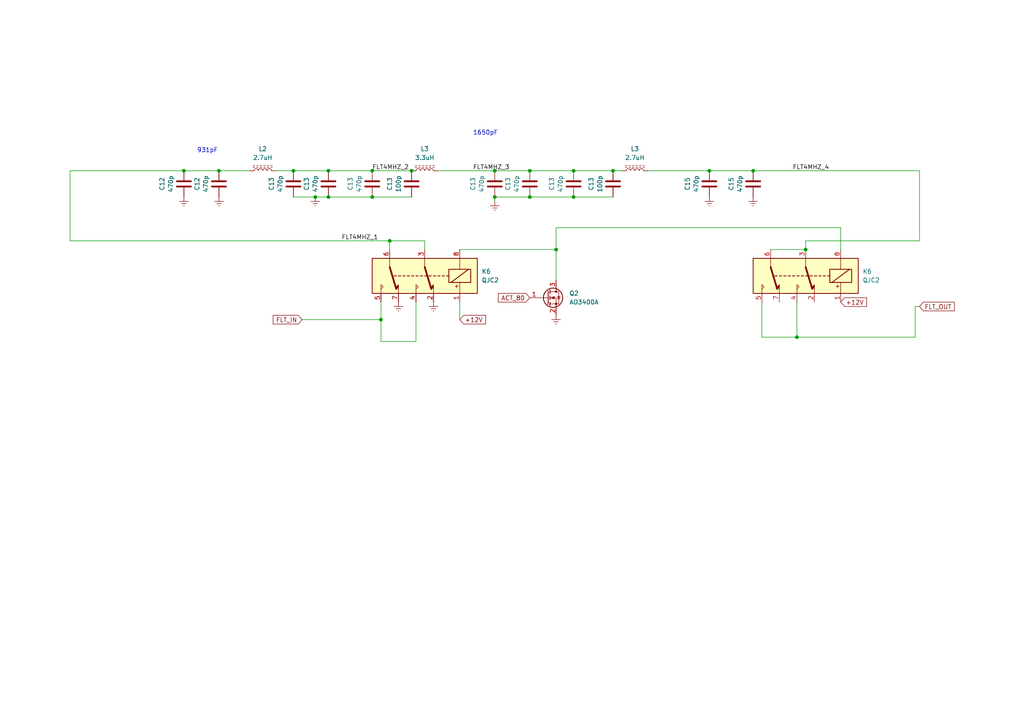
<source format=kicad_sch>
(kicad_sch (version 20230121) (generator eeschema)
  (paper "A4")
  (lib_symbols
    (symbol "Device:C" (pin_numbers hide) (pin_names (offset 0.254))
      (property "Reference" "C" (at 0.635 2.54 0))
      (property "Value" "C" (at 0.635 -2.54 0))
      (symbol "C_0_1"
        (polyline (pts (xy -2.032 -0.762) (xy 2.032 -0.762)) (stroke (width 0.508)))
        (polyline (pts (xy -2.032 0.762) (xy 2.032 0.762)) (stroke (width 0.508)))
      )
      (symbol "C_1_1"
        (pin passive line (at 0 3.81 270) (length 2.794) (name "~") (number "1"))
        (pin passive line (at 0 -3.81 90) (length 2.794) (name "~") (number "2"))
      )
    )
    (symbol "Device:L_Ferrite" (pin_numbers hide) (pin_names (offset 1.016) hide)
      (property "Reference" "L" (at -1.27 0 90))
      (property "Value" "L_Ferrite" (at 2.794 0 90))
      (symbol "L_Ferrite_0_1"
        (arc (start 0 -2.54) (mid 0.6323 -1.905) (end 0 -1.27))
        (arc (start 0 -1.27) (mid 0.6323 -0.635) (end 0 0))
        (polyline (pts (xy 1.016 -2.794) (xy 1.016 -2.286)))
        (polyline (pts (xy 1.016 -1.778) (xy 1.016 -1.27)))
        (polyline (pts (xy 1.016 -0.762) (xy 1.016 -0.254)))
        (polyline (pts (xy 1.016 0.254) (xy 1.016 0.762)))
        (polyline (pts (xy 1.016 1.27) (xy 1.016 1.778)))
        (polyline (pts (xy 1.016 2.286) (xy 1.016 2.794)))
        (polyline (pts (xy 1.524 -2.286) (xy 1.524 -2.794)))
        (polyline (pts (xy 1.524 -1.27) (xy 1.524 -1.778)))
        (polyline (pts (xy 1.524 -0.254) (xy 1.524 -0.762)))
        (polyline (pts (xy 1.524 0.762) (xy 1.524 0.254)))
        (polyline (pts (xy 1.524 1.778) (xy 1.524 1.27)))
        (polyline (pts (xy 1.524 2.794) (xy 1.524 2.286)))
        (arc (start 0 0) (mid 0.6323 0.635) (end 0 1.27))
        (arc (start 0 1.27) (mid 0.6323 1.905) (end 0 2.54))
      )
      (symbol "L_Ferrite_1_1"
        (pin passive line (at 0 3.81 270) (length 1.27) (name "1") (number "1"))
        (pin passive line (at 0 -3.81 90) (length 1.27) (name "2") (number "2"))
      )
    )
    (symbol "Relay:G6K-2"
      (property "Reference" "K" (at 16.51 3.81 0))
      (property "Value" "G6K-2" (at 16.51 1.27 0))
      (symbol "G6K-2_0_0"
        (text "+" (at -9.271 2.921 0) (effects (font (size 1.27 1.27))))
      )
      (symbol "G6K-2_0_1"
        (rectangle (start -15.24 5.08) (end 15.24 -5.08) (stroke (width 0.254)) (fill (type background)))
        (rectangle (start -13.335 1.905) (end -6.985 -1.905) (stroke (width 0.254)))
        (polyline (pts (xy -12.7 -1.905) (xy -7.62 1.905)) (stroke (width 0.254)))
        (polyline (pts (xy -10.16 -5.08) (xy -10.16 -1.905)))
        (polyline (pts (xy -10.16 5.08) (xy -10.16 1.905)))
        (polyline (pts (xy -6.985 0) (xy -6.35 0)) (stroke (width 0.254)))
        (polyline (pts (xy -5.715 0) (xy -5.08 0)) (stroke (width 0.254)))
        (polyline (pts (xy -4.445 0) (xy -3.81 0)) (stroke (width 0.254)))
        (polyline (pts (xy -3.175 0) (xy -2.54 0)) (stroke (width 0.254)))
        (polyline (pts (xy -1.905 0) (xy -1.27 0)) (stroke (width 0.254)))
        (polyline (pts (xy -0.635 0) (xy 0 0)) (stroke (width 0.254)))
        (polyline (pts (xy 0 -2.54) (xy -1.905 3.81)) (stroke (width 0.508)))
        (polyline (pts (xy 0 -2.54) (xy 0 -5.08)))
        (polyline (pts (xy 0.635 0) (xy 1.27 0)) (stroke (width 0.254)))
        (polyline (pts (xy 1.905 0) (xy 2.54 0)) (stroke (width 0.254)))
        (polyline (pts (xy 3.175 0) (xy 3.81 0)) (stroke (width 0.254)))
        (polyline (pts (xy 4.445 0) (xy 5.08 0)) (stroke (width 0.254)))
        (polyline (pts (xy 5.715 0) (xy 6.35 0)) (stroke (width 0.254)))
        (polyline (pts (xy 6.985 0) (xy 7.62 0)) (stroke (width 0.254)))
        (polyline (pts (xy 8.255 0) (xy 8.89 0)) (stroke (width 0.254)))
        (polyline (pts (xy 10.16 -2.54) (xy 8.255 3.81)) (stroke (width 0.508)))
        (polyline (pts (xy 10.16 -2.54) (xy 10.16 -5.08)))
        (polyline (pts (xy -2.54 5.08) (xy -2.54 2.54) (xy -1.905 3.175) (xy -2.54 3.81)) (fill (type outline)))
        (polyline (pts (xy 2.54 5.08) (xy 2.54 2.54) (xy 1.905 3.175) (xy 2.54 3.81)))
        (polyline (pts (xy 7.62 5.08) (xy 7.62 2.54) (xy 8.255 3.175) (xy 7.62 3.81)) (fill (type outline)))
        (polyline (pts (xy 12.7 5.08) (xy 12.7 2.54) (xy 12.065 3.175) (xy 12.7 3.81)))
      )
      (symbol "G6K-2_1_1"
        (pin passive line (at -10.16 7.62 270) (length 2.54) (name "~") (number "1"))
        (pin passive line (at -2.54 7.62 270) (length 2.54) (name "~") (number "2"))
        (pin passive line (at 0 -7.62 90) (length 2.54) (name "~") (number "3"))
        (pin passive line (at 2.54 7.62 270) (length 2.54) (name "~") (number "4"))
        (pin passive line (at 12.7 7.62 270) (length 2.54) (name "~") (number "5"))
        (pin passive line (at 10.16 -7.62 90) (length 2.54) (name "~") (number "6"))
        (pin passive line (at 7.62 7.62 270) (length 2.54) (name "~") (number "7"))
        (pin passive line (at -10.16 -7.62 90) (length 2.54) (name "~") (number "8"))
      )
    )
    (symbol "Transistor_FET:AO3400A" (pin_names hide)
      (property "Reference" "Q" (at 5.08 1.905 0))
      (property "Value" "AO3400A" (at 5.08 0 0))
      (symbol "AO3400A_0_1"
        (polyline (pts (xy 0.254 0) (xy -2.54 0)))
        (polyline (pts (xy 0.254 1.905) (xy 0.254 -1.905)) (stroke (width 0.254)))
        (polyline (pts (xy 0.762 -1.27) (xy 0.762 -2.286)) (stroke (width 0.254)))
        (polyline (pts (xy 0.762 0.508) (xy 0.762 -0.508)) (stroke (width 0.254)))
        (polyline (pts (xy 0.762 2.286) (xy 0.762 1.27)) (stroke (width 0.254)))
        (polyline (pts (xy 2.54 2.54) (xy 2.54 1.778)))
        (polyline (pts (xy 2.54 -2.54) (xy 2.54 0) (xy 0.762 0)))
        (polyline (pts (xy 0.762 -1.778) (xy 3.302 -1.778) (xy 3.302 1.778) (xy 0.762 1.778)))
        (polyline (pts (xy 1.016 0) (xy 2.032 0.381) (xy 2.032 -0.381) (xy 1.016 0)) (fill (type outline)))
        (polyline (pts (xy 2.794 0.508) (xy 2.921 0.381) (xy 3.683 0.381) (xy 3.81 0.254)))
        (polyline (pts (xy 3.302 0.381) (xy 2.921 -0.254) (xy 3.683 -0.254) (xy 3.302 0.381)))
        (circle (center 1.651 0) (radius 2.794) (stroke (width 0.254)))
        (circle (center 2.54 -1.778) (radius 0.254) (fill (type outline)))
        (circle (center 2.54 1.778) (radius 0.254) (fill (type outline)))
      )
      (symbol "AO3400A_1_1"
        (pin input line (at -5.08 0 0) (length 2.54) (name "G") (number "1"))
        (pin passive line (at 2.54 -5.08 90) (length 2.54) (name "S") (number "2"))
        (pin passive line (at 2.54 5.08 270) (length 2.54) (name "D") (number "3"))
      )
    )
    (symbol "power:Earth" (power) (pin_names (offset 0))
      (symbol "Earth_0_1"
        (polyline (pts (xy -0.635 -1.905) (xy 0.635 -1.905)))
        (polyline (pts (xy -0.127 -2.54) (xy 0.127 -2.54)))
        (polyline (pts (xy 0 -1.27) (xy 0 0)))
        (polyline (pts (xy 1.27 -1.27) (xy -1.27 -1.27)))
      )
      (symbol "Earth_1_1"
        (pin power_in line (at 0 0 270) (length 0) hide (name "Earth") (number "1"))
      )
    )
  )
  (junction (at 119.38 49.53))
  (junction (at 107.95 57.15))
  (junction (at 95.25 57.15))
  (junction (at 107.95 49.53))
  (junction (at 110.49 92.71))
  (junction (at 143.51 49.53))
  (junction (at 233.68 72.39))
  (junction (at 218.44 49.53))
  (junction (at 85.09 49.53))
  (junction (at 95.25 49.53))
  (junction (at 177.8 49.53))
  (junction (at 91.44 57.15))
  (junction (at 166.37 57.15))
  (junction (at 153.67 49.53))
  (junction (at 231.14 97.79))
  (junction (at 113.03 69.85))
  (junction (at 166.37 49.53))
  (junction (at 161.29 72.39))
  (junction (at 205.74 49.53))
  (junction (at 153.67 57.15))
  (junction (at 143.51 57.15))
  (junction (at 53.34 49.53))
  (junction (at 63.5 49.53))
  (wire (pts (xy 110.49 99.06) (xy 110.49 92.71)))
  (wire (pts (xy 220.98 97.79) (xy 231.14 97.79)))
  (wire (pts (xy 143.51 49.53) (xy 153.67 49.53)))
  (wire (pts (xy 113.03 72.39) (xy 113.03 69.85)))
  (wire (pts (xy 123.19 69.85) (xy 113.03 69.85)))
  (wire (pts (xy 265.43 97.79) (xy 265.43 88.9)))
  (wire (pts (xy 161.29 66.04) (xy 161.29 72.39)))
  (wire (pts (xy 218.44 49.53) (xy 266.7 49.53)))
  (wire (pts (xy 80.01 49.53) (xy 85.09 49.53)))
  (wire (pts (xy 265.43 88.9) (xy 266.7 88.9)))
  (wire (pts (xy 177.8 49.53) (xy 180.34 49.53)))
  (wire (pts (xy 266.7 69.85) (xy 266.7 49.53)))
  (wire (pts (xy 143.51 57.15) (xy 153.67 57.15)))
  (wire (pts (xy 85.09 57.15) (xy 91.44 57.15)))
  (wire (pts (xy 63.5 49.53) (xy 72.39 49.53)))
  (wire (pts (xy 53.34 49.53) (xy 63.5 49.53)))
  (wire (pts (xy 120.65 87.63) (xy 120.65 99.06)))
  (wire (pts (xy 231.14 97.79) (xy 265.43 97.79)))
  (wire (pts (xy 107.95 49.53) (xy 119.38 49.53)))
  (wire (pts (xy 133.35 92.71) (xy 133.35 87.63)))
  (wire (pts (xy 153.67 57.15) (xy 166.37 57.15)))
  (wire (pts (xy 20.32 69.85) (xy 20.32 49.53)))
  (wire (pts (xy 243.84 72.39) (xy 243.84 66.04)))
  (wire (pts (xy 161.29 72.39) (xy 161.29 81.28)))
  (wire (pts (xy 231.14 87.63) (xy 231.14 97.79)))
  (wire (pts (xy 123.19 72.39) (xy 123.19 69.85)))
  (wire (pts (xy 166.37 49.53) (xy 177.8 49.53)))
  (wire (pts (xy 220.98 87.63) (xy 220.98 97.79)))
  (wire (pts (xy 133.35 72.39) (xy 161.29 72.39)))
  (wire (pts (xy 205.74 49.53) (xy 187.96 49.53)))
  (wire (pts (xy 91.44 57.15) (xy 95.25 57.15)))
  (wire (pts (xy 95.25 49.53) (xy 107.95 49.53)))
  (wire (pts (xy 266.7 69.85) (xy 233.68 69.85)))
  (wire (pts (xy 95.25 57.15) (xy 107.95 57.15)))
  (wire (pts (xy 143.51 57.15) (xy 143.51 58.42)))
  (wire (pts (xy 20.32 49.53) (xy 53.34 49.53)))
  (wire (pts (xy 233.68 69.85) (xy 233.68 72.39)))
  (wire (pts (xy 113.03 69.85) (xy 20.32 69.85)))
  (wire (pts (xy 107.95 57.15) (xy 119.38 57.15)))
  (wire (pts (xy 223.52 72.39) (xy 233.68 72.39)))
  (wire (pts (xy 166.37 57.15) (xy 177.8 57.15)))
  (wire (pts (xy 205.74 49.53) (xy 218.44 49.53)))
  (wire (pts (xy 110.49 87.63) (xy 110.49 92.71)))
  (wire (pts (xy 243.84 66.04) (xy 161.29 66.04)))
  (wire (pts (xy 85.09 49.53) (xy 95.25 49.53)))
  (wire (pts (xy 87.63 92.71) (xy 110.49 92.71)))
  (wire (pts (xy 153.67 49.53) (xy 166.37 49.53)))
  (wire (pts (xy 127 49.53) (xy 143.51 49.53)))
  (wire (pts (xy 120.65 99.06) (xy 110.49 99.06)))
  (text "1650pF" (at 137.16 39.37 0) (effects (font (size 1.27 1.27)) (justify left bottom)))
  (text "931pF" (at 57.15 44.45 0) (effects (font (size 1.27 1.27)) (justify left bottom)))
  (label "FLT4MHZ_1" (at 99.06 69.85 0))
  (label "FLT4MHZ_3" (at 137.16 49.53 0))
  (label "FLT4MHZ_2" (at 107.95 49.53 0))
  (label "FLT4MHZ_4" (at 229.87 49.53 0))
  (global_label "+12V" (shape input) (at 243.84 87.63 0) (property "Intersheetrefs" "${INTERSHEET_REFS}" (effects hide)))
  (global_label "FLT_IN" (shape input) (at 87.63 92.71 180) (property "Intersheetrefs" "${INTERSHEET_REFS}" (effects hide)))
  (global_label "ACT_80" (shape input) (at 153.67 86.36 180) (property "Intersheetrefs" "${INTERSHEET_REFS}" (effects hide)))
  (global_label "FLT_OUT" (shape input) (at 266.7 88.9 0) (property "Intersheetrefs" "${INTERSHEET_REFS}" (effects hide)))
  (global_label "+12V" (shape input) (at 133.35 92.71 0) (property "Intersheetrefs" "${INTERSHEET_REFS}" (effects hide)))
  (symbol (lib_id "Device:C") (at 95.25 53.34 0) (mirror x) (unit 1)
    (property "Reference" "C13" (at 88.9 53.34 90))
    (property "Value" "470p" (at 91.44 53.34 90))
    (property "Footprint" "Capacitor_SMD:C_1206_3216Metric" (effects hide))
    (instances (project "PA_LPF" (path "" (reference "C13") (unit 1))) (project "BPF_TX_INJ" (path "" (reference "C15") (unit 1))) (project "HiPowerLPF" (path "" (reference "C4") (unit 1)) (path "" (reference "C19") (unit 1)) (path "" (reference "C9") (unit 1)) (path "" (reference "C46") (unit 1))) (project "RF_PA" (path "" (reference "C4") (unit 1))) (project "AD831_Mixer" (path "" (reference "C19") (unit 1))))
  )
  (symbol (lib_id "Device:C") (at 166.37 53.34 0) (mirror x) (unit 1)
    (property "Reference" "C13" (at 160.02 53.34 90))
    (property "Value" "470p" (at 162.56 53.34 90))
    (property "Footprint" "Capacitor_SMD:C_1206_3216Metric" (effects hide))
    (instances (project "PA_LPF" (path "" (reference "C13") (unit 1))) (project "BPF_TX_INJ" (path "" (reference "C15") (unit 1))) (project "HiPowerLPF" (path "" (reference "C4") (unit 1)) (path "" (reference "C19") (unit 1)) (path "" (reference "C9") (unit 1)) (path "" (reference "C43") (unit 1))) (project "RF_PA" (path "" (reference "C4") (unit 1))) (project "AD831_Mixer" (path "" (reference "C19") (unit 1))))
  )
  (symbol (lib_id "power:Earth") (at 161.29 91.44 0) (mirror y) (unit 1)
    (property "Reference" "#PWR022" (effects hide))
    (property "Value" "Earth" (effects hide))
    (instances (project "PA_LPF" (path "" (reference "#PWR022") (unit 1))) (project "BPF_TX_INJ" (path "" (reference "#PWR023") (unit 1))) (project "HiPowerLPF" (path "" (reference "#PWR013") (unit 1)) (path "" (reference "#PWR049") (unit 1)) (path "" (reference "#PWR022") (unit 1)) (path "" (reference "#PWR015") (unit 1))) (project "RF_PA" (path "" (reference "#PWR019") (unit 1))) (project "AD831_Mixer" (path "" (reference "#PWR020") (unit 1))))
  )
  (symbol (lib_id "Device:C") (at 205.74 53.34 0) (mirror x) (unit 1)
    (property "Reference" "C15" (at 199.39 53.34 90))
    (property "Value" "470p" (at 201.93 53.34 90))
    (property "Footprint" "Capacitor_SMD:C_1206_3216Metric" (effects hide))
    (instances (project "PA_LPF" (path "" (reference "C15") (unit 1))) (project "BPF_TX_INJ" (path "" (reference "C15") (unit 1))) (project "HiPowerLPF" (path "" (reference "C6") (unit 1)) (path "" (reference "C18") (unit 1)) (path "" (reference "C10") (unit 1)) (path "" (reference "C6") (unit 1))) (project "RF_PA" (path "" (reference "C5") (unit 1))) (project "AD831_Mixer" (path "" (reference "C19") (unit 1))))
  )
  (symbol (lib_id "Device:C") (at 119.38 53.34 0) (mirror x) (unit 1)
    (property "Reference" "C13" (at 113.03 53.34 90))
    (property "Value" "100p" (at 115.57 53.34 90))
    (property "Footprint" "Capacitor_SMD:C_1206_3216Metric" (effects hide))
    (instances (project "PA_LPF" (path "" (reference "C13") (unit 1))) (project "BPF_TX_INJ" (path "" (reference "C15") (unit 1))) (project "HiPowerLPF" (path "" (reference "C4") (unit 1)) (path "" (reference "C19") (unit 1)) (path "" (reference "C9") (unit 1)) (path "" (reference "C48") (unit 1))) (project "RF_PA" (path "" (reference "C4") (unit 1))) (project "AD831_Mixer" (path "" (reference "C19") (unit 1))))
  )
  (symbol (lib_id "Device:C") (at 153.67 53.34 0) (mirror x) (unit 1)
    (property "Reference" "C13" (at 147.32 53.34 90))
    (property "Value" "470p" (at 149.86 53.34 90))
    (property "Footprint" "Capacitor_SMD:C_1206_3216Metric" (effects hide))
    (instances (project "PA_LPF" (path "" (reference "C13") (unit 1))) (project "BPF_TX_INJ" (path "" (reference "C15") (unit 1))) (project "HiPowerLPF" (path "" (reference "C4") (unit 1)) (path "" (reference "C19") (unit 1)) (path "" (reference "C9") (unit 1)) (path "" (reference "C42") (unit 1))) (project "RF_PA" (path "" (reference "C4") (unit 1))) (project "AD831_Mixer" (path "" (reference "C19") (unit 1))))
  )
  (symbol (lib_id "power:Earth") (at 143.51 58.42 0) (mirror y) (unit 1)
    (property "Reference" "#PWR020" (effects hide))
    (property "Value" "Earth" (effects hide))
    (instances (project "PA_LPF" (path "" (reference "#PWR020") (unit 1))) (project "BPF_TX_INJ" (path "" (reference "#PWR025") (unit 1))) (project "HiPowerLPF" (path "" (reference "#PWR011") (unit 1)) (path "" (reference "#PWR048") (unit 1)) (path "" (reference "#PWR021") (unit 1)) (path "" (reference "#PWR014") (unit 1))) (project "RF_PA" (path "" (reference "#PWR012") (unit 1))) (project "AD831_Mixer" (path "" (reference "#PWR020") (unit 1))))
  )
  (symbol (lib_id "Device:C") (at 63.5 53.34 0) (mirror x) (unit 1)
    (property "Reference" "C12" (at 57.15 53.34 90))
    (property "Value" "470p" (at 59.69 53.34 90))
    (property "Footprint" "Capacitor_SMD:C_1206_3216Metric" (effects hide))
    (instances (project "PA_LPF" (path "" (reference "C12") (unit 1))) (project "BPF_TX_INJ" (path "" (reference "C15") (unit 1))) (project "HiPowerLPF" (path "" (reference "C3") (unit 1)) (path "" (reference "C16") (unit 1)) (path "" (reference "C7") (unit 1)) (path "" (reference "C45") (unit 1))) (project "RF_PA" (path "" (reference "C3") (unit 1))) (project "AD831_Mixer" (path "" (reference "C19") (unit 1))))
  )
  (symbol (lib_id "power:Earth") (at 115.57 87.63 0) (mirror y) (unit 1)
    (property "Reference" "#PWR021" (effects hide))
    (property "Value" "Earth" (effects hide))
    (instances (project "PA_LPF" (path "" (reference "#PWR021") (unit 1))) (project "BPF_TX_INJ" (path "" (reference "#PWR022") (unit 1))) (project "HiPowerLPF" (path "" (reference "#PWR012") (unit 1)) (path "" (reference "#PWR045") (unit 1)) (path "" (reference "#PWR019") (unit 1)) (path "" (reference "#PWR012") (unit 1))) (project "RF_PA" (path "" (reference "#PWR016") (unit 1))) (project "AD831_Mixer" (path "" (reference "#PWR020") (unit 1))))
  )
  (symbol (lib_id "Device:C") (at 143.51 53.34 0) (mirror x) (unit 1)
    (property "Reference" "C13" (at 137.16 53.34 90))
    (property "Value" "470p" (at 139.7 53.34 90))
    (property "Footprint" "Capacitor_SMD:C_1206_3216Metric" (effects hide))
    (instances (project "PA_LPF" (path "" (reference "C13") (unit 1))) (project "BPF_TX_INJ" (path "" (reference "C15") (unit 1))) (project "HiPowerLPF" (path "" (reference "C4") (unit 1)) (path "" (reference "C19") (unit 1)) (path "" (reference "C9") (unit 1)) (path "" (reference "C5") (unit 1))) (project "RF_PA" (path "" (reference "C4") (unit 1))) (project "AD831_Mixer" (path "" (reference "C19") (unit 1))))
  )
  (symbol (lib_id "power:Earth") (at 205.74 57.15 0) (mirror y) (unit 1)
    (property "Reference" "#PWR025" (effects hide))
    (property "Value" "Earth" (effects hide))
    (instances (project "PA_LPF" (path "" (reference "#PWR025") (unit 1))) (project "BPF_TX_INJ" (path "" (reference "#PWR025") (unit 1))) (project "HiPowerLPF" (path "" (reference "#PWR016") (unit 1)) (path "" (reference "#PWR047") (unit 1)) (path "" (reference "#PWR023") (unit 1)) (path "" (reference "#PWR016") (unit 1))) (project "RF_PA" (path "" (reference "#PWR010") (unit 1))) (project "AD831_Mixer" (path "" (reference "#PWR020") (unit 1))))
  )
  (symbol (lib_id "power:Earth") (at 125.73 87.63 0) (mirror y) (unit 1)
    (property "Reference" "#PWR022" (effects hide))
    (property "Value" "Earth" (effects hide))
    (instances (project "PA_LPF" (path "" (reference "#PWR022") (unit 1))) (project "BPF_TX_INJ" (path "" (reference "#PWR023") (unit 1))) (project "HiPowerLPF" (path "" (reference "#PWR013") (unit 1)) (path "" (reference "#PWR046") (unit 1)) (path "" (reference "#PWR020") (unit 1)) (path "" (reference "#PWR013") (unit 1))) (project "RF_PA" (path "" (reference "#PWR019") (unit 1))) (project "AD831_Mixer" (path "" (reference "#PWR020") (unit 1))))
  )
  (symbol (lib_id "Transistor_FET:AO3400A") (at 158.75 86.36 0) (unit 1)
    (property "Reference" "Q2" (at 165.1 85.09 0) (effects (justify left)))
    (property "Value" "AO3400A" (at 165.1 87.63 0) (effects (justify left)))
    (property "Footprint" "Package_TO_SOT_SMD:SOT-23" (effects hide))
    (property "Datasheet" "http://www.aosmd.com/pdfs/datasheet/AO3400A.pdf" (effects hide))
    (instances (project "HiPowerLPF" (path "" (reference "Q2") (unit 1)) (path "" (reference "Q3") (unit 1)) (path "" (reference "Q4") (unit 1))))
  )
  (symbol (lib_id "Relay:G6K-2") (at 123.19 80.01 180) (unit 1)
    (property "Reference" "K6" (at 139.7 78.74 0) (effects (justify right)))
    (property "Value" "QJC2" (at 139.7 81.28 0) (effects (justify right)))
    (property "Footprint" "PhilsFootprintLibrary:Relay_QJC2" (effects hide))
    (property "Datasheet" "http://omronfs.omron.com/en_US/ecb/products/pdf/en-g6k.pdf" (effects hide))
    (instances (project "HiPowerLPF" (path "" (reference "K6") (unit 1)) (path "" (reference "K1") (unit 1)) (path "" (reference "K2") (unit 1))))
  )
  (symbol (lib_id "power:Earth") (at 53.34 57.15 0) (mirror y) (unit 1)
    (property "Reference" "#PWR018" (effects hide))
    (property "Value" "Earth" (effects hide))
    (instances (project "PA_LPF" (path "" (reference "#PWR018") (unit 1))) (project "BPF_TX_INJ" (path "" (reference "#PWR025") (unit 1))) (project "HiPowerLPF" (path "" (reference "#PWR09") (unit 1)) (path "" (reference "#PWR043") (unit 1)) (path "" (reference "#PWR017") (unit 1)) (path "" (reference "#PWR09") (unit 1))) (project "RF_PA" (path "" (reference "#PWR014") (unit 1))) (project "AD831_Mixer" (path "" (reference "#PWR020") (unit 1))))
  )
  (symbol (lib_id "power:Earth") (at 91.44 57.15 0) (mirror y) (unit 1)
    (property "Reference" "#PWR020" (effects hide))
    (property "Value" "Earth" (effects hide))
    (instances (project "PA_LPF" (path "" (reference "#PWR020") (unit 1))) (project "BPF_TX_INJ" (path "" (reference "#PWR025") (unit 1))) (project "HiPowerLPF" (path "" (reference "#PWR011") (unit 1)) (path "" (reference "#PWR044") (unit 1)) (path "" (reference "#PWR018") (unit 1)) (path "" (reference "#PWR011") (unit 1))) (project "RF_PA" (path "" (reference "#PWR012") (unit 1))) (project "AD831_Mixer" (path "" (reference "#PWR020") (unit 1))))
  )
  (symbol (lib_id "Device:C") (at 107.95 53.34 0) (mirror x) (unit 1)
    (property "Reference" "C13" (at 101.6 53.34 90))
    (property "Value" "470p" (at 104.14 53.34 90))
    (property "Footprint" "Capacitor_SMD:C_1206_3216Metric" (effects hide))
    (instances (project "PA_LPF" (path "" (reference "C13") (unit 1))) (project "BPF_TX_INJ" (path "" (reference "C15") (unit 1))) (project "HiPowerLPF" (path "" (reference "C4") (unit 1)) (path "" (reference "C19") (unit 1)) (path "" (reference "C9") (unit 1)) (path "" (reference "C47") (unit 1))) (project "RF_PA" (path "" (reference "C4") (unit 1))) (project "AD831_Mixer" (path "" (reference "C19") (unit 1))))
  )
  (symbol (lib_id "Device:C") (at 177.8 53.34 0) (mirror x) (unit 1)
    (property "Reference" "C13" (at 171.45 53.34 90))
    (property "Value" "100p" (at 173.99 53.34 90))
    (property "Footprint" "Capacitor_SMD:C_1206_3216Metric" (effects hide))
    (instances (project "PA_LPF" (path "" (reference "C13") (unit 1))) (project "BPF_TX_INJ" (path "" (reference "C15") (unit 1))) (project "HiPowerLPF" (path "" (reference "C4") (unit 1)) (path "" (reference "C19") (unit 1)) (path "" (reference "C9") (unit 1)) (path "" (reference "C44") (unit 1))) (project "RF_PA" (path "" (reference "C4") (unit 1))) (project "AD831_Mixer" (path "" (reference "C19") (unit 1))))
  )
  (symbol (lib_id "Device:L_Ferrite") (at 123.19 49.53 90) (unit 1)
    (property "Reference" "L3" (at 123.19 43.18 90))
    (property "Value" "3.3uH" (at 123.19 45.72 90))
    (property "Footprint" "Inductor_THT:L_Toroid_Vertical_L28.6mm_W14.3mm_P11.43mm_Bourns_5700" (effects hide))
    (instances (project "PA_LPF" (path "" (reference "L3") (unit 1))) (project "HiPowerLPF" (path "" (reference "L2") (unit 1)) (path "" (reference "L7") (unit 1)) (path "" (reference "L2") (unit 1)) (path "" (reference "L8") (unit 1))) (project "RF_PA" (path "" (reference "L2") (unit 1))))
  )
  (symbol (lib_id "Device:L_Ferrite") (at 184.15 49.53 90) (unit 1)
    (property "Reference" "L3" (at 184.15 43.18 90))
    (property "Value" "2.7uH" (at 184.15 45.72 90))
    (property "Footprint" "Inductor_THT:L_Toroid_Vertical_L28.6mm_W14.3mm_P11.43mm_Bourns_5700" (effects hide))
    (instances (project "PA_LPF" (path "" (reference "L3") (unit 1))) (project "HiPowerLPF" (path "" (reference "L2") (unit 1)) (path "" (reference "L6") (unit 1)) (path "" (reference "L3") (unit 1)) (path "" (reference "L9") (unit 1))) (project "RF_PA" (path "" (reference "L2") (unit 1))))
  )
  (symbol (lib_id "Device:C") (at 218.44 53.34 0) (mirror x) (unit 1)
    (property "Reference" "C15" (at 212.09 53.34 90))
    (property "Value" "470p" (at 214.63 53.34 90))
    (property "Footprint" "Capacitor_SMD:C_1206_3216Metric" (effects hide))
    (instances (project "PA_LPF" (path "" (reference "C15") (unit 1))) (project "BPF_TX_INJ" (path "" (reference "C15") (unit 1))) (project "HiPowerLPF" (path "" (reference "C6") (unit 1)) (path "" (reference "C18") (unit 1)) (path "" (reference "C10") (unit 1)) (path "" (reference "C41") (unit 1))) (project "RF_PA" (path "" (reference "C5") (unit 1))) (project "AD831_Mixer" (path "" (reference "C19") (unit 1))))
  )
  (symbol (lib_id "Device:C") (at 85.09 53.34 0) (mirror x) (unit 1)
    (property "Reference" "C13" (at 78.74 53.34 90))
    (property "Value" "470p" (at 81.28 53.34 90))
    (property "Footprint" "Capacitor_SMD:C_1206_3216Metric" (effects hide))
    (instances (project "PA_LPF" (path "" (reference "C13") (unit 1))) (project "BPF_TX_INJ" (path "" (reference "C15") (unit 1))) (project "HiPowerLPF" (path "" (reference "C4") (unit 1)) (path "" (reference "C17") (unit 1)) (path "" (reference "C8") (unit 1)) (path "" (reference "C4") (unit 1))) (project "RF_PA" (path "" (reference "C4") (unit 1))) (project "AD831_Mixer" (path "" (reference "C19") (unit 1))))
  )
  (symbol (lib_id "Device:L_Ferrite") (at 76.2 49.53 90) (unit 1)
    (property "Reference" "L2" (at 76.2 43.18 90))
    (property "Value" "2.7uH" (at 76.2 45.72 90))
    (property "Footprint" "Inductor_THT:L_Toroid_Vertical_L28.6mm_W14.3mm_P11.43mm_Bourns_5700" (effects hide))
    (instances (project "PA_LPF" (path "" (reference "L2") (unit 1))) (project "HiPowerLPF" (path "" (reference "L1") (unit 1)) (path "" (reference "L5") (unit 1)) (path "" (reference "L1") (unit 1)) (path "" (reference "L4") (unit 1))) (project "RF_PA" (path "" (reference "L1") (unit 1))))
  )
  (symbol (lib_id "power:Earth") (at 218.44 57.15 0) (mirror y) (unit 1)
    (property "Reference" "#PWR025" (effects hide))
    (property "Value" "Earth" (effects hide))
    (instances (project "PA_LPF" (path "" (reference "#PWR025") (unit 1))) (project "BPF_TX_INJ" (path "" (reference "#PWR025") (unit 1))) (project "HiPowerLPF" (path "" (reference "#PWR016") (unit 1)) (path "" (reference "#PWR047") (unit 1)) (path "" (reference "#PWR023") (unit 1)) (path "" (reference "#PWR069") (unit 1))) (project "RF_PA" (path "" (reference "#PWR010") (unit 1))) (project "AD831_Mixer" (path "" (reference "#PWR020") (unit 1))))
  )
  (symbol (lib_id "power:Earth") (at 63.5 57.15 0) (mirror y) (unit 1)
    (property "Reference" "#PWR018" (effects hide))
    (property "Value" "Earth" (effects hide))
    (instances (project "PA_LPF" (path "" (reference "#PWR018") (unit 1))) (project "BPF_TX_INJ" (path "" (reference "#PWR025") (unit 1))) (project "HiPowerLPF" (path "" (reference "#PWR09") (unit 1)) (path "" (reference "#PWR043") (unit 1)) (path "" (reference "#PWR017") (unit 1)) (path "" (reference "#PWR070") (unit 1))) (project "RF_PA" (path "" (reference "#PWR014") (unit 1))) (project "AD831_Mixer" (path "" (reference "#PWR020") (unit 1))))
  )
  (symbol (lib_id "Relay:G6K-2") (at 233.68 80.01 180) (unit 1)
    (property "Reference" "K6" (at 250.19 78.74 0) (effects (justify right)))
    (property "Value" "QJC2" (at 250.19 81.28 0) (effects (justify right)))
    (property "Footprint" "PhilsFootprintLibrary:Relay_QJC2" (effects hide))
    (property "Datasheet" "http://omronfs.omron.com/en_US/ecb/products/pdf/en-g6k.pdf" (effects hide))
    (instances (project "HiPowerLPF" (path "" (reference "K6") (unit 1)) (path "" (reference "K8") (unit 1)) (path "" (reference "K2") (unit 1))))
  )
  (symbol (lib_id "Device:C") (at 53.34 53.34 0) (mirror x) (unit 1)
    (property "Reference" "C12" (at 46.99 53.34 90))
    (property "Value" "470p" (at 49.53 53.34 90))
    (property "Footprint" "Capacitor_SMD:C_1206_3216Metric" (effects hide))
    (instances (project "PA_LPF" (path "" (reference "C12") (unit 1))) (project "BPF_TX_INJ" (path "" (reference "C15") (unit 1))) (project "HiPowerLPF" (path "" (reference "C3") (unit 1)) (path "" (reference "C16") (unit 1)) (path "" (reference "C7") (unit 1)) (path "" (reference "C3") (unit 1))) (project "RF_PA" (path "" (reference "C3") (unit 1))) (project "AD831_Mixer" (path "" (reference "C19") (unit 1))))
  )
)
</source>
